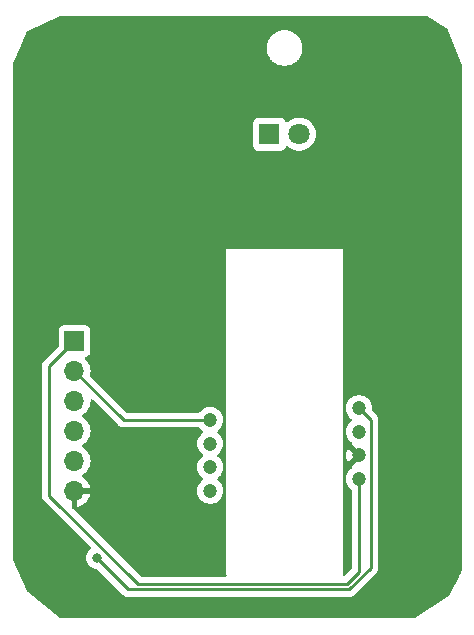
<source format=gbr>
%TF.GenerationSoftware,KiCad,Pcbnew,7.0.8*%
%TF.CreationDate,2023-12-07T15:10:25-06:00*%
%TF.ProjectId,MouseSensors,4d6f7573-6553-4656-9e73-6f72732e6b69,rev?*%
%TF.SameCoordinates,Original*%
%TF.FileFunction,Copper,L2,Bot*%
%TF.FilePolarity,Positive*%
%FSLAX46Y46*%
G04 Gerber Fmt 4.6, Leading zero omitted, Abs format (unit mm)*
G04 Created by KiCad (PCBNEW 7.0.8) date 2023-12-07 15:10:25*
%MOMM*%
%LPD*%
G01*
G04 APERTURE LIST*
%TA.AperFunction,ComponentPad*%
%ADD10C,1.200000*%
%TD*%
%TA.AperFunction,ComponentPad*%
%ADD11R,1.700000X1.700000*%
%TD*%
%TA.AperFunction,ComponentPad*%
%ADD12O,1.700000X1.700000*%
%TD*%
%TA.AperFunction,ComponentPad*%
%ADD13R,1.800000X1.800000*%
%TD*%
%TA.AperFunction,ComponentPad*%
%ADD14C,1.800000*%
%TD*%
%TA.AperFunction,ViaPad*%
%ADD15C,0.800000*%
%TD*%
%TA.AperFunction,Conductor*%
%ADD16C,0.250000*%
%TD*%
G04 APERTURE END LIST*
D10*
%TO.P,U1,1,SDIO*%
%TO.N,5050_SDIO*%
X147717500Y-97200000D03*
%TO.P,U1,2,XY_LED*%
%TO.N,Net-(D1-K)*%
X147717500Y-99200000D03*
%TO.P,U1,3,NReset*%
%TO.N,5050_Reset*%
X147717500Y-101200000D03*
%TO.P,U1,4,NCS*%
%TO.N,5050_NCS*%
X147717500Y-103200000D03*
%TO.P,U1,5,VCC*%
%TO.N,+5V*%
X160317500Y-102200000D03*
%TO.P,U1,6,VSS*%
%TO.N,VSS*%
X160317500Y-100200000D03*
%TO.P,U1,7,REG0*%
%TO.N,Net-(U1-REG0)*%
X160317500Y-98200000D03*
%TO.P,U1,8,SCLK*%
%TO.N,5050_SCLK*%
X160317500Y-96200000D03*
%TD*%
D11*
%TO.P,J1,1,Pin_1*%
%TO.N,+5V*%
X136225000Y-90500000D03*
D12*
%TO.P,J1,2,Pin_2*%
%TO.N,5050_SDIO*%
X136225000Y-93040000D03*
%TO.P,J1,3,Pin_3*%
%TO.N,5050_Reset*%
X136225000Y-95580000D03*
%TO.P,J1,4,Pin_4*%
%TO.N,5050_NCS*%
X136225000Y-98120000D03*
%TO.P,J1,5,Pin_5*%
%TO.N,5050_SCLK*%
X136225000Y-100660000D03*
%TO.P,J1,6,Pin_6*%
%TO.N,VSS*%
X136225000Y-103200000D03*
%TD*%
D13*
%TO.P,D1,1,K*%
%TO.N,Net-(D1-K)*%
X152725000Y-73000000D03*
D14*
%TO.P,D1,2,A*%
%TO.N,+5V*%
X155265000Y-73000000D03*
%TD*%
D15*
%TO.N,5050_SCLK*%
X138100000Y-108900000D03*
%TD*%
D16*
%TO.N,+5V*%
X159300000Y-111100000D02*
X160317500Y-110082500D01*
X141600000Y-111100000D02*
X159300000Y-111100000D01*
X136225000Y-90500000D02*
X134100000Y-92625000D01*
X160317500Y-110082500D02*
X160317500Y-102200000D01*
%TO.N,5050_SCLK*%
X159486396Y-111550000D02*
X140750000Y-111550000D01*
X161300000Y-97182500D02*
X161300000Y-109736396D01*
%TO.N,+5V*%
X134100000Y-92625000D02*
X134100000Y-103600000D01*
X134100000Y-103600000D02*
X141600000Y-111100000D01*
%TO.N,5050_SCLK*%
X160317500Y-96200000D02*
X161300000Y-97182500D01*
X140750000Y-111550000D02*
X138100000Y-108900000D01*
X161300000Y-109736396D02*
X159486396Y-111550000D01*
%TO.N,5050_SDIO*%
X140385000Y-97200000D02*
X136225000Y-93040000D01*
X147717500Y-97200000D02*
X140385000Y-97200000D01*
%TD*%
%TA.AperFunction,Conductor*%
%TO.N,VSS*%
G36*
X166028591Y-63016337D02*
G01*
X167713312Y-63979035D01*
X167761751Y-64029386D01*
X167766248Y-64038997D01*
X168989812Y-66975547D01*
X168990462Y-66977108D01*
X169000000Y-67024800D01*
X169000000Y-109970728D01*
X168986909Y-110026182D01*
X168971335Y-110057331D01*
X168971334Y-110057333D01*
X168946511Y-110106979D01*
X168927302Y-110145397D01*
X168882267Y-110235467D01*
X168870000Y-110260001D01*
X168869951Y-110260099D01*
X168868580Y-110262841D01*
X168803069Y-110393863D01*
X168780910Y-110438181D01*
X168772593Y-110454815D01*
X168027066Y-111945869D01*
X168026975Y-111946051D01*
X168014727Y-111970546D01*
X167972601Y-112018266D01*
X167969828Y-112020115D01*
X167948981Y-112034013D01*
X167879408Y-112080395D01*
X167755241Y-112163173D01*
X167754134Y-112163911D01*
X167740937Y-112172709D01*
X165031239Y-113979174D01*
X164964540Y-113999982D01*
X164962456Y-114000000D01*
X135044263Y-114000000D01*
X134977224Y-113980315D01*
X134965752Y-113971979D01*
X132272390Y-111768319D01*
X132238028Y-111723661D01*
X131011115Y-109024453D01*
X131000000Y-108973141D01*
X131000000Y-92605195D01*
X133469840Y-92605195D01*
X133474225Y-92651583D01*
X133474500Y-92657421D01*
X133474500Y-103517255D01*
X133472775Y-103532872D01*
X133473061Y-103532899D01*
X133472326Y-103540665D01*
X133474500Y-103609814D01*
X133474500Y-103639343D01*
X133474501Y-103639360D01*
X133475368Y-103646231D01*
X133475826Y-103652050D01*
X133477290Y-103698624D01*
X133477291Y-103698627D01*
X133482880Y-103717867D01*
X133486824Y-103736911D01*
X133489336Y-103756792D01*
X133506490Y-103800119D01*
X133508382Y-103805647D01*
X133521381Y-103850388D01*
X133531580Y-103867634D01*
X133540138Y-103885103D01*
X133547514Y-103903732D01*
X133574898Y-103941423D01*
X133578106Y-103946307D01*
X133601827Y-103986416D01*
X133601833Y-103986424D01*
X133615990Y-104000580D01*
X133628628Y-104015376D01*
X133640405Y-104031586D01*
X133640406Y-104031587D01*
X133676309Y-104061288D01*
X133680620Y-104065210D01*
X137593254Y-107977844D01*
X137626739Y-108039167D01*
X137621755Y-108108859D01*
X137579883Y-108164792D01*
X137578459Y-108165843D01*
X137494127Y-108227113D01*
X137367466Y-108367785D01*
X137272821Y-108531715D01*
X137272818Y-108531722D01*
X137214327Y-108711740D01*
X137214326Y-108711744D01*
X137194540Y-108900000D01*
X137214326Y-109088256D01*
X137214327Y-109088259D01*
X137272818Y-109268277D01*
X137272821Y-109268284D01*
X137367467Y-109432216D01*
X137494129Y-109572888D01*
X137647265Y-109684148D01*
X137647270Y-109684151D01*
X137820192Y-109761142D01*
X137820197Y-109761144D01*
X138005354Y-109800500D01*
X138064548Y-109800500D01*
X138131587Y-109820185D01*
X138152229Y-109836819D01*
X140249197Y-111933788D01*
X140259022Y-111946051D01*
X140259243Y-111945869D01*
X140264214Y-111951878D01*
X140284094Y-111970546D01*
X140314635Y-111999226D01*
X140335529Y-112020120D01*
X140341011Y-112024373D01*
X140345443Y-112028157D01*
X140379418Y-112060062D01*
X140396976Y-112069714D01*
X140413233Y-112080393D01*
X140429064Y-112092673D01*
X140448737Y-112101186D01*
X140471833Y-112111182D01*
X140477077Y-112113750D01*
X140517908Y-112136197D01*
X140530523Y-112139435D01*
X140537305Y-112141177D01*
X140555719Y-112147481D01*
X140574104Y-112155438D01*
X140620157Y-112162732D01*
X140625826Y-112163906D01*
X140670981Y-112175500D01*
X140691016Y-112175500D01*
X140710413Y-112177026D01*
X140730196Y-112180160D01*
X140776584Y-112175775D01*
X140782422Y-112175500D01*
X159403653Y-112175500D01*
X159419273Y-112177224D01*
X159419300Y-112176939D01*
X159427056Y-112177671D01*
X159427063Y-112177673D01*
X159496210Y-112175500D01*
X159525746Y-112175500D01*
X159532624Y-112174630D01*
X159538437Y-112174172D01*
X159585023Y-112172709D01*
X159604265Y-112167117D01*
X159623308Y-112163174D01*
X159643188Y-112160664D01*
X159686518Y-112143507D01*
X159692042Y-112141617D01*
X159695792Y-112140527D01*
X159736786Y-112128618D01*
X159754025Y-112118422D01*
X159771499Y-112109862D01*
X159790123Y-112102488D01*
X159790123Y-112102487D01*
X159790128Y-112102486D01*
X159827845Y-112075082D01*
X159832701Y-112071892D01*
X159872816Y-112048170D01*
X159886985Y-112033999D01*
X159901775Y-112021368D01*
X159917983Y-112009594D01*
X159947695Y-111973676D01*
X159951608Y-111969376D01*
X161683787Y-110237197D01*
X161696042Y-110227382D01*
X161695859Y-110227160D01*
X161701866Y-110222188D01*
X161701877Y-110222182D01*
X161732775Y-110189278D01*
X161749227Y-110171760D01*
X161759671Y-110161314D01*
X161770120Y-110150867D01*
X161774379Y-110145374D01*
X161778152Y-110140957D01*
X161810062Y-110106978D01*
X161819713Y-110089420D01*
X161830396Y-110073157D01*
X161842673Y-110057332D01*
X161861185Y-110014549D01*
X161863738Y-110009337D01*
X161886197Y-109968488D01*
X161891180Y-109949076D01*
X161897481Y-109930676D01*
X161905437Y-109912292D01*
X161912729Y-109866248D01*
X161913906Y-109860567D01*
X161925500Y-109815415D01*
X161925500Y-109795379D01*
X161927027Y-109775978D01*
X161927650Y-109772047D01*
X161930160Y-109756200D01*
X161925775Y-109709811D01*
X161925500Y-109703973D01*
X161925500Y-97265242D01*
X161927224Y-97249622D01*
X161926939Y-97249596D01*
X161927671Y-97241840D01*
X161927673Y-97241833D01*
X161925500Y-97172685D01*
X161925500Y-97143150D01*
X161924631Y-97136272D01*
X161924172Y-97130443D01*
X161922709Y-97083872D01*
X161917122Y-97064644D01*
X161913174Y-97045584D01*
X161910663Y-97025704D01*
X161893512Y-96982387D01*
X161891619Y-96976858D01*
X161878618Y-96932109D01*
X161878616Y-96932106D01*
X161868423Y-96914871D01*
X161859861Y-96897394D01*
X161852487Y-96878770D01*
X161852486Y-96878768D01*
X161825079Y-96841045D01*
X161821888Y-96836186D01*
X161816751Y-96827500D01*
X161798170Y-96796080D01*
X161798168Y-96796078D01*
X161798165Y-96796074D01*
X161784006Y-96781915D01*
X161771368Y-96767119D01*
X161761862Y-96754035D01*
X161759594Y-96750913D01*
X161723688Y-96721209D01*
X161719376Y-96717286D01*
X161445163Y-96443073D01*
X161411680Y-96381752D01*
X161409375Y-96343958D01*
X161422715Y-96200000D01*
X161403897Y-95996917D01*
X161348082Y-95800750D01*
X161257173Y-95618179D01*
X161142871Y-95466818D01*
X161134262Y-95455418D01*
X160983541Y-95318019D01*
X160983539Y-95318017D01*
X160810142Y-95210655D01*
X160810135Y-95210651D01*
X160691776Y-95164799D01*
X160619956Y-95136976D01*
X160419476Y-95099500D01*
X160215524Y-95099500D01*
X160015044Y-95136976D01*
X160015041Y-95136976D01*
X160015041Y-95136977D01*
X159824864Y-95210651D01*
X159824857Y-95210655D01*
X159651460Y-95318017D01*
X159651458Y-95318019D01*
X159500737Y-95455418D01*
X159377827Y-95618178D01*
X159286922Y-95800739D01*
X159286917Y-95800752D01*
X159231102Y-95996917D01*
X159212285Y-96199999D01*
X159212285Y-96200000D01*
X159231102Y-96403082D01*
X159286917Y-96599247D01*
X159286922Y-96599260D01*
X159377827Y-96781821D01*
X159500737Y-96944581D01*
X159589726Y-97025704D01*
X159651459Y-97081981D01*
X159671796Y-97094573D01*
X159718431Y-97146601D01*
X159729535Y-97215583D01*
X159701582Y-97279617D01*
X159671796Y-97305427D01*
X159651457Y-97318020D01*
X159500737Y-97455418D01*
X159377827Y-97618178D01*
X159286922Y-97800739D01*
X159286917Y-97800752D01*
X159231102Y-97996917D01*
X159212285Y-98199999D01*
X159212285Y-98200000D01*
X159231102Y-98403082D01*
X159286917Y-98599247D01*
X159286922Y-98599260D01*
X159377827Y-98781821D01*
X159500737Y-98944581D01*
X159651458Y-99081980D01*
X159651460Y-99081982D01*
X159684007Y-99102134D01*
X159730643Y-99154161D01*
X159741904Y-99221850D01*
X159736810Y-99265758D01*
X160273099Y-99802046D01*
X160192352Y-99814835D01*
X160079455Y-99872359D01*
X159989859Y-99961955D01*
X159932335Y-100074852D01*
X159919546Y-100155598D01*
X159380033Y-99616085D01*
X159378254Y-99618443D01*
X159287386Y-99800930D01*
X159287383Y-99800936D01*
X159231597Y-99997007D01*
X159231596Y-99997010D01*
X159212787Y-100199999D01*
X159212787Y-100200000D01*
X159231596Y-100402989D01*
X159231597Y-100402992D01*
X159287383Y-100599063D01*
X159287386Y-100599069D01*
X159378254Y-100781556D01*
X159378255Y-100781557D01*
X159380033Y-100783912D01*
X159919546Y-100244400D01*
X159932335Y-100325148D01*
X159989859Y-100438045D01*
X160079455Y-100527641D01*
X160192352Y-100585165D01*
X160273097Y-100597953D01*
X159736810Y-101134240D01*
X159741905Y-101178148D01*
X159730077Y-101247009D01*
X159684009Y-101297865D01*
X159651457Y-101318020D01*
X159500737Y-101455418D01*
X159377827Y-101618178D01*
X159286922Y-101800739D01*
X159286917Y-101800752D01*
X159231102Y-101996917D01*
X159212285Y-102199999D01*
X159212285Y-102200000D01*
X159231102Y-102403082D01*
X159286917Y-102599247D01*
X159286922Y-102599260D01*
X159377827Y-102781821D01*
X159500737Y-102944581D01*
X159651538Y-103082053D01*
X159687820Y-103141764D01*
X159692000Y-103173690D01*
X159692000Y-109772047D01*
X159672315Y-109839086D01*
X159655681Y-109859728D01*
X159149689Y-110365719D01*
X159088366Y-110399204D01*
X159018674Y-110394220D01*
X158962741Y-110352348D01*
X158938324Y-110286884D01*
X158938008Y-110277816D01*
X158938039Y-110260002D01*
X158938041Y-110260000D01*
X158938039Y-110259997D01*
X158938083Y-110235889D01*
X158938000Y-110235467D01*
X158938000Y-82784759D01*
X158938028Y-82784616D01*
X158938024Y-82784616D01*
X158938039Y-82760002D01*
X158938041Y-82760000D01*
X158937962Y-82759808D01*
X158937884Y-82759618D01*
X158937882Y-82759616D01*
X158937599Y-82759500D01*
X158937500Y-82759459D01*
X158912946Y-82759459D01*
X158912740Y-82759500D01*
X149112260Y-82759500D01*
X149112054Y-82759459D01*
X149087500Y-82759459D01*
X149087401Y-82759500D01*
X149087117Y-82759616D01*
X149087115Y-82759618D01*
X149086959Y-82759999D01*
X149086976Y-82784616D01*
X149086971Y-82784616D01*
X149087000Y-82784759D01*
X149087000Y-110235467D01*
X149086916Y-110235889D01*
X149086959Y-110260001D01*
X149087000Y-110260099D01*
X149087117Y-110260384D01*
X149089573Y-110262841D01*
X149123043Y-110324172D01*
X149118041Y-110393863D01*
X149076156Y-110449786D01*
X149010685Y-110474186D01*
X149001870Y-110474500D01*
X141910452Y-110474500D01*
X141843413Y-110454815D01*
X141822771Y-110438181D01*
X136011319Y-104626728D01*
X135977834Y-104565405D01*
X135975000Y-104539047D01*
X135975000Y-103635501D01*
X136082685Y-103684680D01*
X136189237Y-103700000D01*
X136260763Y-103700000D01*
X136367315Y-103684680D01*
X136475000Y-103635501D01*
X136475000Y-104530633D01*
X136688483Y-104473433D01*
X136688492Y-104473429D01*
X136902578Y-104373600D01*
X137096082Y-104238105D01*
X137263105Y-104071082D01*
X137398600Y-103877578D01*
X137498429Y-103663492D01*
X137498432Y-103663486D01*
X137555636Y-103450000D01*
X136658686Y-103450000D01*
X136684493Y-103409844D01*
X136725000Y-103271889D01*
X136725000Y-103128111D01*
X136684493Y-102990156D01*
X136658686Y-102950000D01*
X137555636Y-102950000D01*
X137555635Y-102949999D01*
X137498432Y-102736513D01*
X137498429Y-102736507D01*
X137398600Y-102522422D01*
X137398599Y-102522420D01*
X137263113Y-102328926D01*
X137263108Y-102328920D01*
X137096078Y-102161890D01*
X136910405Y-102031879D01*
X136866780Y-101977302D01*
X136859588Y-101907804D01*
X136891110Y-101845449D01*
X136910406Y-101828730D01*
X136950363Y-101800752D01*
X137096401Y-101698495D01*
X137263495Y-101531401D01*
X137399035Y-101337830D01*
X137498903Y-101123663D01*
X137560063Y-100895408D01*
X137580659Y-100660000D01*
X137560063Y-100424592D01*
X137511495Y-100243333D01*
X137498905Y-100196344D01*
X137498904Y-100196343D01*
X137498903Y-100196337D01*
X137399035Y-99982171D01*
X137372715Y-99944581D01*
X137263494Y-99788597D01*
X137096402Y-99621506D01*
X137096396Y-99621501D01*
X136910842Y-99491575D01*
X136867217Y-99436998D01*
X136860023Y-99367500D01*
X136891546Y-99305145D01*
X136910842Y-99288425D01*
X136977296Y-99241893D01*
X137096401Y-99158495D01*
X137263495Y-98991401D01*
X137399035Y-98797830D01*
X137498903Y-98583663D01*
X137560063Y-98355408D01*
X137580659Y-98120000D01*
X137560063Y-97884592D01*
X137511888Y-97704799D01*
X137498905Y-97656344D01*
X137498904Y-97656343D01*
X137498903Y-97656337D01*
X137399035Y-97442171D01*
X137371666Y-97403083D01*
X137263494Y-97248597D01*
X137096402Y-97081506D01*
X137096396Y-97081501D01*
X136910842Y-96951575D01*
X136867217Y-96896998D01*
X136860023Y-96827500D01*
X136891546Y-96765145D01*
X136910842Y-96748425D01*
X136949710Y-96721209D01*
X137096401Y-96618495D01*
X137263495Y-96451401D01*
X137399035Y-96257830D01*
X137498903Y-96043663D01*
X137560063Y-95815408D01*
X137580659Y-95580000D01*
X137580659Y-95579612D01*
X137580707Y-95579446D01*
X137581131Y-95574606D01*
X137582103Y-95574691D01*
X137600344Y-95512573D01*
X137653148Y-95466818D01*
X137722306Y-95456874D01*
X137785862Y-95485899D01*
X137792340Y-95491931D01*
X139884197Y-97583788D01*
X139894022Y-97596051D01*
X139894243Y-97595869D01*
X139899214Y-97601878D01*
X139925217Y-97626295D01*
X139949635Y-97649226D01*
X139970529Y-97670120D01*
X139976011Y-97674373D01*
X139980443Y-97678157D01*
X140014418Y-97710062D01*
X140031976Y-97719714D01*
X140048235Y-97730395D01*
X140064064Y-97742673D01*
X140106838Y-97761182D01*
X140112056Y-97763738D01*
X140152908Y-97786197D01*
X140172316Y-97791180D01*
X140190717Y-97797480D01*
X140209104Y-97805437D01*
X140252488Y-97812308D01*
X140255119Y-97812725D01*
X140260839Y-97813909D01*
X140305981Y-97825500D01*
X140326016Y-97825500D01*
X140345414Y-97827026D01*
X140365194Y-97830159D01*
X140365195Y-97830160D01*
X140365195Y-97830159D01*
X140365196Y-97830160D01*
X140411584Y-97825775D01*
X140417422Y-97825500D01*
X146749067Y-97825500D01*
X146816106Y-97845185D01*
X146848021Y-97874773D01*
X146900737Y-97944581D01*
X147030398Y-98062782D01*
X147051459Y-98081981D01*
X147071794Y-98094572D01*
X147071796Y-98094573D01*
X147118431Y-98146601D01*
X147129535Y-98215583D01*
X147101582Y-98279617D01*
X147071796Y-98305427D01*
X147051457Y-98318020D01*
X146900737Y-98455418D01*
X146777827Y-98618178D01*
X146686922Y-98800739D01*
X146686917Y-98800752D01*
X146631102Y-98996917D01*
X146612285Y-99199999D01*
X146612285Y-99200000D01*
X146631102Y-99403082D01*
X146686917Y-99599247D01*
X146686922Y-99599260D01*
X146777827Y-99781821D01*
X146900737Y-99944581D01*
X147030398Y-100062782D01*
X147051459Y-100081981D01*
X147071794Y-100094572D01*
X147071796Y-100094573D01*
X147118431Y-100146601D01*
X147129535Y-100215583D01*
X147101582Y-100279617D01*
X147071796Y-100305427D01*
X147051457Y-100318020D01*
X146900737Y-100455418D01*
X146777827Y-100618178D01*
X146686922Y-100800739D01*
X146686917Y-100800752D01*
X146631102Y-100996917D01*
X146612285Y-101199999D01*
X146612285Y-101200000D01*
X146631102Y-101403082D01*
X146686917Y-101599247D01*
X146686922Y-101599260D01*
X146777827Y-101781821D01*
X146900737Y-101944581D01*
X147030398Y-102062782D01*
X147051459Y-102081981D01*
X147071794Y-102094572D01*
X147071796Y-102094573D01*
X147118431Y-102146601D01*
X147129535Y-102215583D01*
X147101582Y-102279617D01*
X147071796Y-102305427D01*
X147051457Y-102318020D01*
X146900737Y-102455418D01*
X146777827Y-102618178D01*
X146686922Y-102800739D01*
X146686917Y-102800752D01*
X146631102Y-102996917D01*
X146612285Y-103199999D01*
X146612285Y-103200000D01*
X146631102Y-103403082D01*
X146686917Y-103599247D01*
X146686922Y-103599260D01*
X146777827Y-103781821D01*
X146900737Y-103944581D01*
X147051458Y-104081980D01*
X147051460Y-104081982D01*
X147150641Y-104143392D01*
X147224863Y-104189348D01*
X147415044Y-104263024D01*
X147615524Y-104300500D01*
X147615526Y-104300500D01*
X147819474Y-104300500D01*
X147819476Y-104300500D01*
X148019956Y-104263024D01*
X148210137Y-104189348D01*
X148383541Y-104081981D01*
X148511622Y-103965219D01*
X148534262Y-103944581D01*
X148565110Y-103903732D01*
X148657173Y-103781821D01*
X148748082Y-103599250D01*
X148803897Y-103403083D01*
X148822715Y-103200000D01*
X148803897Y-102996917D01*
X148748082Y-102800750D01*
X148740729Y-102785984D01*
X148678987Y-102661988D01*
X148657173Y-102618179D01*
X148534264Y-102455421D01*
X148534262Y-102455418D01*
X148383542Y-102318019D01*
X148372223Y-102311011D01*
X148363204Y-102305426D01*
X148316569Y-102253401D01*
X148305464Y-102184419D01*
X148333416Y-102120385D01*
X148363203Y-102094573D01*
X148383541Y-102081981D01*
X148498369Y-101977302D01*
X148534262Y-101944581D01*
X148609123Y-101845449D01*
X148657173Y-101781821D01*
X148748082Y-101599250D01*
X148803897Y-101403083D01*
X148822715Y-101200000D01*
X148815641Y-101123663D01*
X148803897Y-100996917D01*
X148775013Y-100895403D01*
X148748082Y-100800750D01*
X148657173Y-100618179D01*
X148534264Y-100455421D01*
X148534262Y-100455418D01*
X148383542Y-100318019D01*
X148372223Y-100311011D01*
X148363204Y-100305426D01*
X148316569Y-100253401D01*
X148305464Y-100184419D01*
X148333416Y-100120385D01*
X148363203Y-100094573D01*
X148383541Y-100081981D01*
X148476753Y-99997007D01*
X148534262Y-99944581D01*
X148534264Y-99944579D01*
X148657173Y-99781821D01*
X148748082Y-99599250D01*
X148803897Y-99403083D01*
X148822715Y-99200000D01*
X148818467Y-99154161D01*
X148803897Y-98996917D01*
X148789005Y-98944579D01*
X148748082Y-98800750D01*
X148657173Y-98618179D01*
X148534264Y-98455421D01*
X148534262Y-98455418D01*
X148383542Y-98318019D01*
X148372223Y-98311011D01*
X148363204Y-98305426D01*
X148316569Y-98253401D01*
X148305464Y-98184419D01*
X148333416Y-98120385D01*
X148363203Y-98094573D01*
X148383541Y-98081981D01*
X148534264Y-97944579D01*
X148657173Y-97781821D01*
X148748082Y-97599250D01*
X148803897Y-97403083D01*
X148822715Y-97200000D01*
X148811954Y-97083873D01*
X148803897Y-96996917D01*
X148789005Y-96944579D01*
X148748082Y-96800750D01*
X148745758Y-96796083D01*
X148703772Y-96711764D01*
X148657173Y-96618179D01*
X148534264Y-96455421D01*
X148534262Y-96455418D01*
X148383541Y-96318019D01*
X148383539Y-96318017D01*
X148210142Y-96210655D01*
X148210135Y-96210651D01*
X148115046Y-96173814D01*
X148019956Y-96136976D01*
X147819476Y-96099500D01*
X147615524Y-96099500D01*
X147415044Y-96136976D01*
X147415041Y-96136976D01*
X147415041Y-96136977D01*
X147224864Y-96210651D01*
X147224857Y-96210655D01*
X147051460Y-96318017D01*
X147051458Y-96318019D01*
X146900737Y-96455418D01*
X146848021Y-96525227D01*
X146791912Y-96566863D01*
X146749067Y-96574500D01*
X140695453Y-96574500D01*
X140628414Y-96554815D01*
X140607772Y-96538181D01*
X137565237Y-93495646D01*
X137531752Y-93434323D01*
X137533142Y-93375876D01*
X137560063Y-93275408D01*
X137580659Y-93040000D01*
X137560063Y-92804592D01*
X137506635Y-92605194D01*
X137498905Y-92576344D01*
X137498904Y-92576343D01*
X137498903Y-92576337D01*
X137399035Y-92362171D01*
X137358348Y-92304064D01*
X137263496Y-92168600D01*
X137219095Y-92124199D01*
X137141567Y-92046671D01*
X137108084Y-91985351D01*
X137113068Y-91915659D01*
X137154939Y-91859725D01*
X137185915Y-91842810D01*
X137317331Y-91793796D01*
X137432546Y-91707546D01*
X137518796Y-91592331D01*
X137569091Y-91457483D01*
X137575500Y-91397873D01*
X137575499Y-89602128D01*
X137569091Y-89542517D01*
X137518796Y-89407669D01*
X137518795Y-89407668D01*
X137518793Y-89407664D01*
X137432547Y-89292455D01*
X137432544Y-89292452D01*
X137317335Y-89206206D01*
X137317328Y-89206202D01*
X137182482Y-89155908D01*
X137182483Y-89155908D01*
X137122883Y-89149501D01*
X137122881Y-89149500D01*
X137122873Y-89149500D01*
X137122864Y-89149500D01*
X135327129Y-89149500D01*
X135327123Y-89149501D01*
X135267516Y-89155908D01*
X135132671Y-89206202D01*
X135132664Y-89206206D01*
X135017455Y-89292452D01*
X135017452Y-89292455D01*
X134931206Y-89407664D01*
X134931202Y-89407671D01*
X134880908Y-89542517D01*
X134874501Y-89602116D01*
X134874501Y-89602123D01*
X134874500Y-89602135D01*
X134874500Y-90914546D01*
X134854815Y-90981585D01*
X134838181Y-91002227D01*
X133716208Y-92124199D01*
X133703951Y-92134020D01*
X133704134Y-92134241D01*
X133698123Y-92139213D01*
X133650772Y-92189636D01*
X133629889Y-92210519D01*
X133629877Y-92210532D01*
X133625621Y-92216017D01*
X133621837Y-92220447D01*
X133589937Y-92254418D01*
X133589936Y-92254420D01*
X133580284Y-92271976D01*
X133569610Y-92288226D01*
X133557329Y-92304061D01*
X133557324Y-92304068D01*
X133538815Y-92346838D01*
X133536245Y-92352084D01*
X133513803Y-92392906D01*
X133508822Y-92412307D01*
X133502521Y-92430710D01*
X133494562Y-92449102D01*
X133494561Y-92449105D01*
X133487271Y-92495127D01*
X133486087Y-92500846D01*
X133474501Y-92545972D01*
X133474500Y-92545982D01*
X133474500Y-92566016D01*
X133472973Y-92585415D01*
X133469840Y-92605194D01*
X133469840Y-92605195D01*
X131000000Y-92605195D01*
X131000000Y-73947870D01*
X151324500Y-73947870D01*
X151324501Y-73947876D01*
X151330908Y-74007483D01*
X151381202Y-74142328D01*
X151381206Y-74142335D01*
X151467452Y-74257544D01*
X151467455Y-74257547D01*
X151582664Y-74343793D01*
X151582671Y-74343797D01*
X151717517Y-74394091D01*
X151717516Y-74394091D01*
X151724444Y-74394835D01*
X151777127Y-74400500D01*
X153672872Y-74400499D01*
X153732483Y-74394091D01*
X153867331Y-74343796D01*
X153982546Y-74257546D01*
X154068796Y-74142331D01*
X154097455Y-74065493D01*
X154139326Y-74009559D01*
X154204790Y-73985141D01*
X154273063Y-73999992D01*
X154304866Y-74024843D01*
X154312302Y-74032920D01*
X154313215Y-74033912D01*
X154313222Y-74033918D01*
X154496365Y-74176464D01*
X154496371Y-74176468D01*
X154496374Y-74176470D01*
X154700497Y-74286936D01*
X154814487Y-74326068D01*
X154920015Y-74362297D01*
X154920017Y-74362297D01*
X154920019Y-74362298D01*
X155148951Y-74400500D01*
X155148952Y-74400500D01*
X155381048Y-74400500D01*
X155381049Y-74400500D01*
X155609981Y-74362298D01*
X155829503Y-74286936D01*
X156033626Y-74176470D01*
X156216784Y-74033913D01*
X156373979Y-73863153D01*
X156500924Y-73668849D01*
X156594157Y-73456300D01*
X156651134Y-73231305D01*
X156670300Y-73000000D01*
X156670300Y-72999993D01*
X156651135Y-72768702D01*
X156651133Y-72768691D01*
X156594157Y-72543699D01*
X156500924Y-72331151D01*
X156373983Y-72136852D01*
X156373980Y-72136849D01*
X156373979Y-72136847D01*
X156216784Y-71966087D01*
X156216779Y-71966083D01*
X156216777Y-71966081D01*
X156033634Y-71823535D01*
X156033628Y-71823531D01*
X155829504Y-71713064D01*
X155829495Y-71713061D01*
X155609984Y-71637702D01*
X155419450Y-71605908D01*
X155381049Y-71599500D01*
X155148951Y-71599500D01*
X155110550Y-71605908D01*
X154920015Y-71637702D01*
X154700504Y-71713061D01*
X154700495Y-71713064D01*
X154496371Y-71823531D01*
X154496365Y-71823535D01*
X154313222Y-71966081D01*
X154313218Y-71966085D01*
X154304866Y-71975158D01*
X154244979Y-72011148D01*
X154175141Y-72009047D01*
X154117525Y-71969522D01*
X154097455Y-71934507D01*
X154068797Y-71857671D01*
X154068793Y-71857664D01*
X153982547Y-71742455D01*
X153982544Y-71742452D01*
X153867335Y-71656206D01*
X153867328Y-71656202D01*
X153732482Y-71605908D01*
X153732483Y-71605908D01*
X153672883Y-71599501D01*
X153672881Y-71599500D01*
X153672873Y-71599500D01*
X153672864Y-71599500D01*
X151777129Y-71599500D01*
X151777123Y-71599501D01*
X151717516Y-71605908D01*
X151582671Y-71656202D01*
X151582664Y-71656206D01*
X151467455Y-71742452D01*
X151467452Y-71742455D01*
X151381206Y-71857664D01*
X151381202Y-71857671D01*
X151330908Y-71992517D01*
X151324501Y-72052116D01*
X151324500Y-72052135D01*
X151324500Y-73947870D01*
X131000000Y-73947870D01*
X131000000Y-67026859D01*
X131011115Y-66975547D01*
X131087393Y-66807735D01*
X131590909Y-65700000D01*
X152501857Y-65700000D01*
X152509529Y-65792589D01*
X152509850Y-65796456D01*
X152510062Y-65801579D01*
X152510062Y-65824081D01*
X152513765Y-65846282D01*
X152514399Y-65851365D01*
X152522391Y-65947816D01*
X152522391Y-65947818D01*
X152546154Y-66041657D01*
X152547205Y-66046672D01*
X152550907Y-66068854D01*
X152550909Y-66068862D01*
X152558214Y-66090141D01*
X152559676Y-66095053D01*
X152583435Y-66188874D01*
X152583439Y-66188887D01*
X152622315Y-66277515D01*
X152624177Y-66282286D01*
X152631486Y-66303576D01*
X152631488Y-66303579D01*
X152642198Y-66323371D01*
X152644448Y-66327975D01*
X152683327Y-66416608D01*
X152736264Y-66497634D01*
X152738888Y-66502038D01*
X152749595Y-66521823D01*
X152749598Y-66521828D01*
X152763426Y-66539595D01*
X152766403Y-66543765D01*
X152819334Y-66624782D01*
X152819338Y-66624787D01*
X152884893Y-66696000D01*
X152888206Y-66699911D01*
X152902022Y-66717662D01*
X152918580Y-66732905D01*
X152922194Y-66736519D01*
X152987756Y-66807738D01*
X153064151Y-66867199D01*
X153068047Y-66870499D01*
X153074413Y-66876360D01*
X153084599Y-66885737D01*
X153103436Y-66898044D01*
X153107602Y-66901018D01*
X153183991Y-66960474D01*
X153269140Y-67006554D01*
X153273501Y-67009153D01*
X153292355Y-67021471D01*
X153312994Y-67030524D01*
X153317533Y-67032743D01*
X153402690Y-67078828D01*
X153494254Y-67110262D01*
X153498989Y-67112109D01*
X153519616Y-67121157D01*
X153541432Y-67126681D01*
X153546316Y-67128135D01*
X153617589Y-67152603D01*
X153637885Y-67159571D01*
X153671689Y-67165211D01*
X153733366Y-67175503D01*
X153738379Y-67176555D01*
X153760176Y-67182075D01*
X153760178Y-67182075D01*
X153760185Y-67182077D01*
X153782625Y-67183936D01*
X153787669Y-67184564D01*
X153883165Y-67200500D01*
X153883166Y-67200500D01*
X153979948Y-67200500D01*
X153985061Y-67200711D01*
X154000915Y-67202025D01*
X154007498Y-67202571D01*
X154007500Y-67202571D01*
X154007502Y-67202571D01*
X154014084Y-67202025D01*
X154029938Y-67200711D01*
X154035052Y-67200500D01*
X154131830Y-67200500D01*
X154131835Y-67200500D01*
X154227351Y-67184561D01*
X154232362Y-67183937D01*
X154254815Y-67182077D01*
X154276653Y-67176546D01*
X154281605Y-67175508D01*
X154377114Y-67159571D01*
X154468698Y-67128129D01*
X154473542Y-67126688D01*
X154495384Y-67121157D01*
X154516000Y-67112113D01*
X154520734Y-67110265D01*
X154612310Y-67078828D01*
X154697475Y-67032738D01*
X154702005Y-67030524D01*
X154722645Y-67021471D01*
X154741508Y-67009146D01*
X154745837Y-67006566D01*
X154831009Y-66960474D01*
X154907431Y-66900992D01*
X154911518Y-66898073D01*
X154930398Y-66885739D01*
X154946966Y-66870487D01*
X154950841Y-66867204D01*
X155027244Y-66807738D01*
X155092813Y-66736510D01*
X155096397Y-66732925D01*
X155112977Y-66717663D01*
X155126820Y-66699876D01*
X155130081Y-66696026D01*
X155195664Y-66624785D01*
X155248627Y-66543718D01*
X155251553Y-66539620D01*
X155265402Y-66521828D01*
X155276123Y-66502016D01*
X155278733Y-66497636D01*
X155331673Y-66416607D01*
X155370561Y-66327950D01*
X155372799Y-66323375D01*
X155372801Y-66323371D01*
X155383514Y-66303576D01*
X155390836Y-66282246D01*
X155392662Y-66277564D01*
X155431563Y-66188881D01*
X155455326Y-66095041D01*
X155456778Y-66090162D01*
X155464092Y-66068859D01*
X155467796Y-66046658D01*
X155468840Y-66041677D01*
X155492608Y-65947821D01*
X155500604Y-65851321D01*
X155501233Y-65846282D01*
X155504938Y-65824081D01*
X155505588Y-65792589D01*
X155505783Y-65788812D01*
X155513143Y-65700000D01*
X155505784Y-65611190D01*
X155505588Y-65607407D01*
X155504938Y-65575919D01*
X155501233Y-65553714D01*
X155500603Y-65548666D01*
X155492608Y-65452179D01*
X155468841Y-65358327D01*
X155467795Y-65353334D01*
X155464092Y-65331143D01*
X155464091Y-65331140D01*
X155456783Y-65309850D01*
X155455325Y-65304952D01*
X155431562Y-65211116D01*
X155392685Y-65122487D01*
X155392674Y-65122461D01*
X155390829Y-65117734D01*
X155383514Y-65096424D01*
X155372798Y-65076622D01*
X155370552Y-65072029D01*
X155331673Y-64983393D01*
X155331673Y-64983392D01*
X155278731Y-64902358D01*
X155276107Y-64897954D01*
X155265404Y-64878177D01*
X155265402Y-64878172D01*
X155251580Y-64860413D01*
X155248602Y-64856242D01*
X155195666Y-64775218D01*
X155195665Y-64775217D01*
X155195664Y-64775215D01*
X155165741Y-64742710D01*
X155130106Y-64703999D01*
X155126795Y-64700090D01*
X155112977Y-64682337D01*
X155112973Y-64682332D01*
X155096419Y-64667093D01*
X155092801Y-64663476D01*
X155027244Y-64592262D01*
X154950852Y-64532804D01*
X154946944Y-64529493D01*
X154930398Y-64514261D01*
X154911563Y-64501955D01*
X154907397Y-64498981D01*
X154831009Y-64439526D01*
X154831008Y-64439525D01*
X154831005Y-64439523D01*
X154831003Y-64439522D01*
X154745885Y-64393459D01*
X154741481Y-64390835D01*
X154722645Y-64378529D01*
X154702047Y-64369494D01*
X154697440Y-64367242D01*
X154612311Y-64321172D01*
X154612302Y-64321169D01*
X154520759Y-64289742D01*
X154515984Y-64287879D01*
X154515812Y-64287803D01*
X154495384Y-64278843D01*
X154495380Y-64278842D01*
X154495378Y-64278841D01*
X154473576Y-64273319D01*
X154468666Y-64271858D01*
X154377114Y-64240429D01*
X154281638Y-64224496D01*
X154276623Y-64223444D01*
X154254812Y-64217922D01*
X154254816Y-64217922D01*
X154232395Y-64216065D01*
X154227310Y-64215431D01*
X154131836Y-64199500D01*
X154131835Y-64199500D01*
X154035041Y-64199500D01*
X154029927Y-64199288D01*
X154014055Y-64197973D01*
X154007502Y-64197430D01*
X154007498Y-64197430D01*
X154000944Y-64197973D01*
X153985072Y-64199288D01*
X153979959Y-64199500D01*
X153883165Y-64199500D01*
X153787688Y-64215431D01*
X153782603Y-64216065D01*
X153760188Y-64217922D01*
X153760183Y-64217923D01*
X153738380Y-64223444D01*
X153733366Y-64224495D01*
X153637882Y-64240429D01*
X153546334Y-64271856D01*
X153541427Y-64273317D01*
X153519626Y-64278839D01*
X153519616Y-64278843D01*
X153499010Y-64287881D01*
X153494238Y-64289742D01*
X153402694Y-64321170D01*
X153402683Y-64321175D01*
X153317562Y-64367240D01*
X153312958Y-64369491D01*
X153292354Y-64378529D01*
X153292345Y-64378534D01*
X153273523Y-64390831D01*
X153269121Y-64393455D01*
X153183992Y-64439524D01*
X153183989Y-64439527D01*
X153107606Y-64498977D01*
X153103438Y-64501954D01*
X153084599Y-64514263D01*
X153068042Y-64529503D01*
X153064135Y-64532812D01*
X152987755Y-64592262D01*
X152922197Y-64663476D01*
X152918575Y-64667098D01*
X152902029Y-64682330D01*
X152902014Y-64682346D01*
X152888199Y-64700094D01*
X152884890Y-64704001D01*
X152819336Y-64775215D01*
X152766401Y-64856236D01*
X152763425Y-64860404D01*
X152749599Y-64878170D01*
X152749594Y-64878177D01*
X152738886Y-64897964D01*
X152736263Y-64902365D01*
X152683328Y-64983390D01*
X152644453Y-65072015D01*
X152642204Y-65076615D01*
X152631485Y-65096424D01*
X152624176Y-65117714D01*
X152622314Y-65122487D01*
X152596773Y-65180717D01*
X152583439Y-65211116D01*
X152583436Y-65211122D01*
X152559677Y-65304942D01*
X152558216Y-65309850D01*
X152550908Y-65331140D01*
X152547205Y-65353327D01*
X152546154Y-65358342D01*
X152522391Y-65452178D01*
X152522391Y-65452182D01*
X152514398Y-65548634D01*
X152513765Y-65553714D01*
X152510062Y-65575919D01*
X152510062Y-65598419D01*
X152509850Y-65603535D01*
X152501857Y-65700000D01*
X131590909Y-65700000D01*
X132230759Y-64292329D01*
X132276419Y-64239446D01*
X132292324Y-64230761D01*
X134975547Y-63011115D01*
X135026859Y-63000000D01*
X165967071Y-63000000D01*
X166028591Y-63016337D01*
G37*
%TD.AperFunction*%
%TD*%
M02*

</source>
